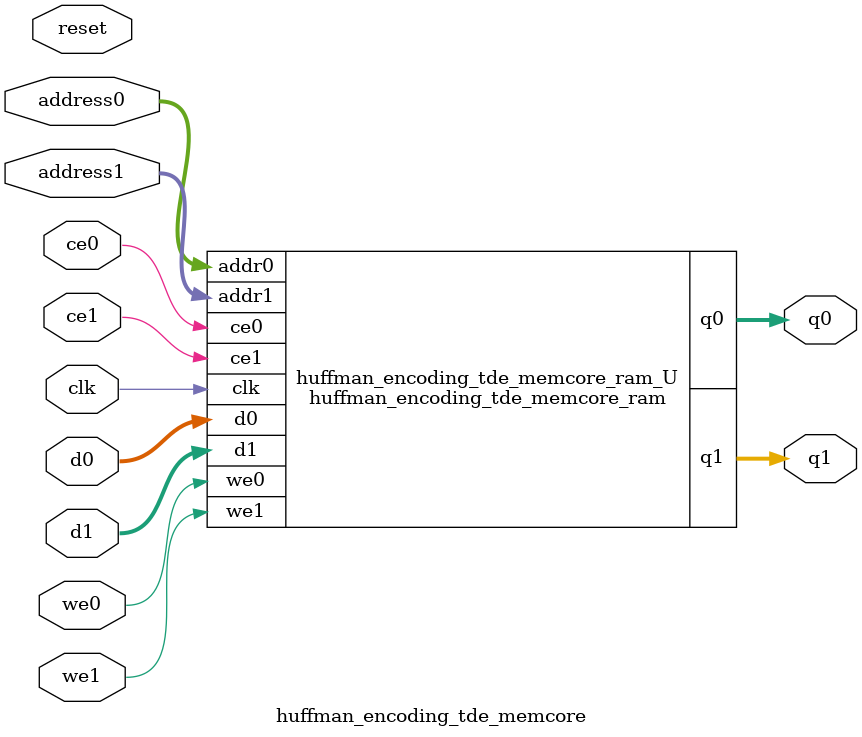
<source format=v>
`timescale 1 ns / 1 ps
module huffman_encoding_tde_memcore_ram (addr0, ce0, d0, we0, q0, addr1, ce1, d1, we1, q1,  clk);

parameter DWIDTH = 9;
parameter AWIDTH = 9;
parameter MEM_SIZE = 510;

input[AWIDTH-1:0] addr0;
input ce0;
input[DWIDTH-1:0] d0;
input we0;
output reg[DWIDTH-1:0] q0;
input[AWIDTH-1:0] addr1;
input ce1;
input[DWIDTH-1:0] d1;
input we1;
output reg[DWIDTH-1:0] q1;
input clk;

(* ram_style = "block" *)reg [DWIDTH-1:0] ram[0:MEM_SIZE-1];




always @(posedge clk)  
begin 
    if (ce0) begin
        if (we0) 
            ram[addr0] <= d0; 
        q0 <= ram[addr0];
    end
end


always @(posedge clk)  
begin 
    if (ce1) begin
        if (we1) 
            ram[addr1] <= d1; 
        q1 <= ram[addr1];
    end
end


endmodule

`timescale 1 ns / 1 ps
module huffman_encoding_tde_memcore(
    reset,
    clk,
    address0,
    ce0,
    we0,
    d0,
    q0,
    address1,
    ce1,
    we1,
    d1,
    q1);

parameter DataWidth = 32'd9;
parameter AddressRange = 32'd510;
parameter AddressWidth = 32'd9;
input reset;
input clk;
input[AddressWidth - 1:0] address0;
input ce0;
input we0;
input[DataWidth - 1:0] d0;
output[DataWidth - 1:0] q0;
input[AddressWidth - 1:0] address1;
input ce1;
input we1;
input[DataWidth - 1:0] d1;
output[DataWidth - 1:0] q1;



huffman_encoding_tde_memcore_ram huffman_encoding_tde_memcore_ram_U(
    .clk( clk ),
    .addr0( address0 ),
    .ce0( ce0 ),
    .we0( we0 ),
    .d0( d0 ),
    .q0( q0 ),
    .addr1( address1 ),
    .ce1( ce1 ),
    .we1( we1 ),
    .d1( d1 ),
    .q1( q1 ));

endmodule


</source>
